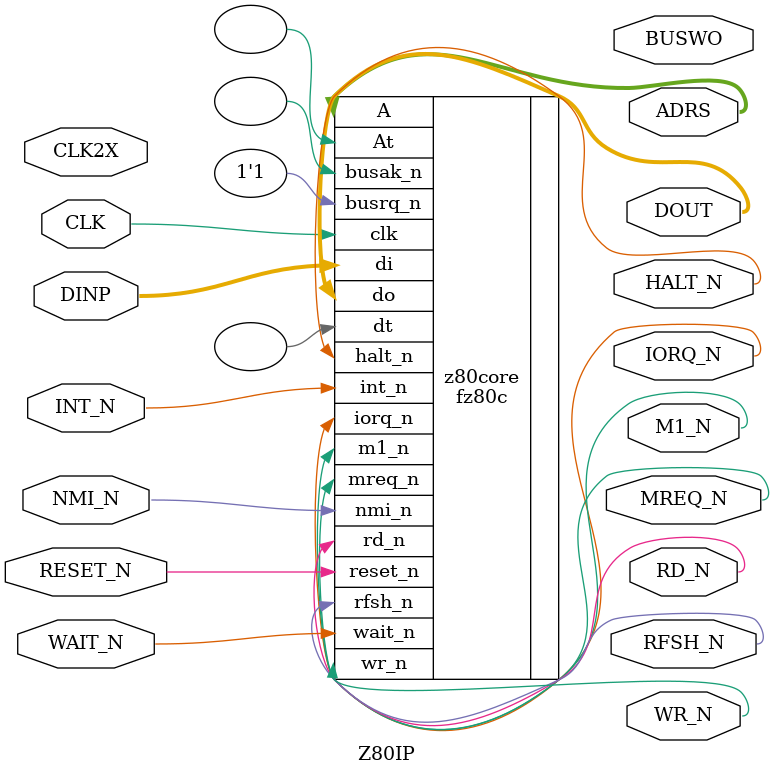
<source format=v>
/***************************************************************
 Z80_IP INTERFACE < Fz80c >
***************************************************************/
module Z80IP(

ADRS,
DINP,
DOUT,
BUSWO,
RESET_N,
INT_N,
NMI_N,
WAIT_N,
M1_N,
MREQ_N,
IORQ_N,
RD_N,
WR_N,
RFSH_N,
HALT_N,
CLK2X,
CLK

);

// I/O assign
output [15:0] ADRS;
input  [7:0] DINP;
output [7:0] DOUT;
input  RESET_N,INT_N,NMI_N,WAIT_N,CLK2X,CLK;
output M1_N,MREQ_N,IORQ_N,RD_N,WR_N,RFSH_N,HALT_N,BUSWO;

// Z80IP interface
fz80c z80core(
  // Inputs
.reset_n(RESET_N),
.clk(CLK),
.wait_n(WAIT_N),
.int_n(INT_N),
.nmi_n(NMI_N),
.busrq_n(1'b1),
.di(DINP),
 // Outputs
.m1_n(M1_N),
.mreq_n(MREQ_N),
.iorq_n(IORQ_N),
.rd_n(RD_N),
.wr_n(WR_N),
.rfsh_n(RFSH_N),
.halt_n(HALT_N),
.busak_n(),
.A(ADRS),
.At(),
.do(DOUT),
.dt()

);


endmodule

</source>
